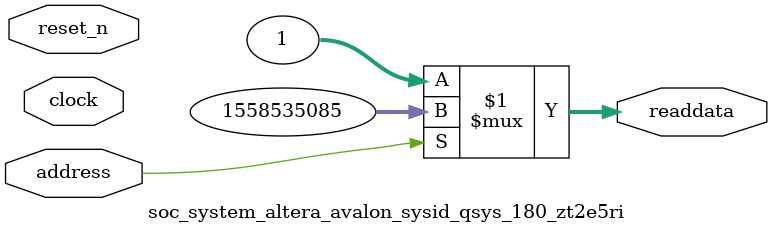
<source format=v>



// synthesis translate_off
`timescale 1ns / 1ps
// synthesis translate_on

// turn off superfluous verilog processor warnings 
// altera message_level Level1 
// altera message_off 10034 10035 10036 10037 10230 10240 10030 

module soc_system_altera_avalon_sysid_qsys_180_zt2e5ri (
               // inputs:
                address,
                clock,
                reset_n,

               // outputs:
                readdata
             )
;

  output  [ 31: 0] readdata;
  input            address;
  input            clock;
  input            reset_n;

  wire    [ 31: 0] readdata;
  //control_slave, which is an e_avalon_slave
  assign readdata = address ? 1558535085 : 1;

endmodule



</source>
